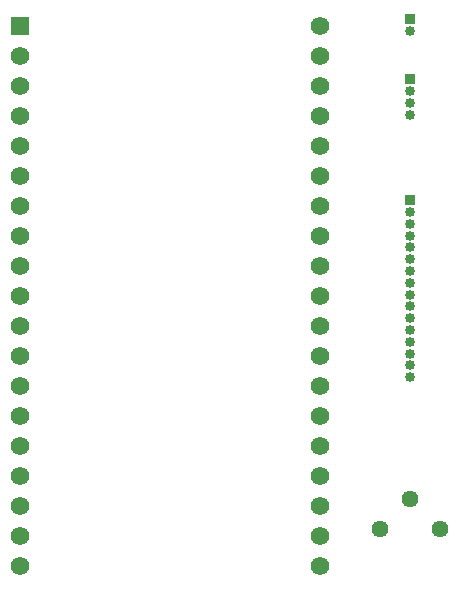
<source format=gbr>
%TF.GenerationSoftware,KiCad,Pcbnew,(6.0.4)*%
%TF.CreationDate,2023-04-09T21:12:41+08:00*%
%TF.ProjectId,KiCad,4b694361-642e-46b6-9963-61645f706362,rev?*%
%TF.SameCoordinates,Original*%
%TF.FileFunction,Soldermask,Bot*%
%TF.FilePolarity,Negative*%
%FSLAX46Y46*%
G04 Gerber Fmt 4.6, Leading zero omitted, Abs format (unit mm)*
G04 Created by KiCad (PCBNEW (6.0.4)) date 2023-04-09 21:12:41*
%MOMM*%
%LPD*%
G01*
G04 APERTURE LIST*
%ADD10R,0.850000X0.850000*%
%ADD11O,0.850000X0.850000*%
%ADD12C,1.440000*%
%ADD13R,1.560000X1.560000*%
%ADD14C,1.560000*%
G04 APERTURE END LIST*
D10*
%TO.C,J3*%
X165100000Y-78820000D03*
D11*
X165100000Y-79820000D03*
X165100000Y-80820000D03*
X165100000Y-81820000D03*
X165100000Y-82820000D03*
X165100000Y-83820000D03*
X165100000Y-84820000D03*
X165100000Y-85820000D03*
X165100000Y-86820000D03*
X165100000Y-87820000D03*
X165100000Y-88820000D03*
X165100000Y-89820000D03*
X165100000Y-90820000D03*
X165100000Y-91820000D03*
X165100000Y-92820000D03*
X165100000Y-93820000D03*
%TD*%
D12*
%TO.C,RV1*%
X167640000Y-106680000D03*
X165100000Y-104140000D03*
X162560000Y-106680000D03*
%TD*%
D10*
%TO.C,J1*%
X165100000Y-68580000D03*
D11*
X165100000Y-69580000D03*
X165100000Y-70580000D03*
X165100000Y-71580000D03*
%TD*%
D13*
%TO.C,U1*%
X132080000Y-64060000D03*
D14*
X132080000Y-66600000D03*
X132080000Y-69140000D03*
X132080000Y-71680000D03*
X132080000Y-74220000D03*
X132080000Y-76760000D03*
X132080000Y-79300000D03*
X132080000Y-81840000D03*
X132080000Y-84380000D03*
X132080000Y-86920000D03*
X132080000Y-89460000D03*
X132080000Y-92000000D03*
X132080000Y-94540000D03*
X132080000Y-97080000D03*
X132080000Y-99620000D03*
X132080000Y-102160000D03*
X132080000Y-104700000D03*
X132080000Y-107240000D03*
X132080000Y-109780000D03*
X157480000Y-64060000D03*
X157480000Y-66600000D03*
X157480000Y-69140000D03*
X157480000Y-71680000D03*
X157480000Y-74220000D03*
X157480000Y-76760000D03*
X157480000Y-79300000D03*
X157480000Y-81840000D03*
X157480000Y-84380000D03*
X157480000Y-86920000D03*
X157480000Y-89460000D03*
X157480000Y-92000000D03*
X157480000Y-94540000D03*
X157480000Y-97080000D03*
X157480000Y-99620000D03*
X157480000Y-102160000D03*
X157480000Y-104700000D03*
X157480000Y-107240000D03*
X157480000Y-109780000D03*
%TD*%
D10*
%TO.C,J2*%
X165100000Y-63500000D03*
D11*
X165100000Y-64500000D03*
%TD*%
M02*

</source>
